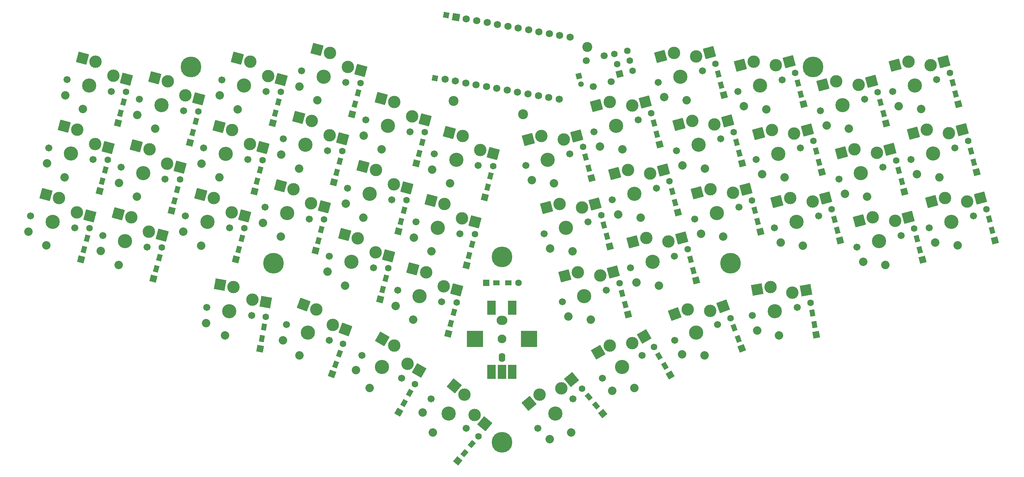
<source format=gbs>
G04 #@! TF.GenerationSoftware,KiCad,Pcbnew,(6.0.0)*
G04 #@! TF.CreationDate,2023-08-21T19:05:23+03:00*
G04 #@! TF.ProjectId,choctopus44,63686f63-746f-4707-9573-34342e6b6963,1.0 Prototype*
G04 #@! TF.SameCoordinates,Original*
G04 #@! TF.FileFunction,Soldermask,Bot*
G04 #@! TF.FilePolarity,Negative*
%FSLAX46Y46*%
G04 Gerber Fmt 4.6, Leading zero omitted, Abs format (unit mm)*
G04 Created by KiCad (PCBNEW (6.0.0)) date 2023-08-21 19:05:23*
%MOMM*%
%LPD*%
G01*
G04 APERTURE LIST*
G04 Aperture macros list*
%AMHorizOval*
0 Thick line with rounded ends*
0 $1 width*
0 $2 $3 position (X,Y) of the first rounded end (center of the circle)*
0 $4 $5 position (X,Y) of the second rounded end (center of the circle)*
0 Add line between two ends*
20,1,$1,$2,$3,$4,$5,0*
0 Add two circle primitives to create the rounded ends*
1,1,$1,$2,$3*
1,1,$1,$4,$5*%
%AMRotRect*
0 Rectangle, with rotation*
0 The origin of the aperture is its center*
0 $1 length*
0 $2 width*
0 $3 Rotation angle, in degrees counterclockwise*
0 Add horizontal line*
21,1,$1,$2,0,0,$3*%
G04 Aperture macros list end*
%ADD10C,5.000000*%
%ADD11C,1.700000*%
%ADD12C,3.000000*%
%ADD13C,1.701800*%
%ADD14C,3.429000*%
%ADD15C,2.032000*%
%ADD16RotRect,2.600000X2.600000X345.000000*%
%ADD17RotRect,2.600000X2.600000X350.000000*%
%ADD18RotRect,2.600000X2.600000X340.000000*%
%ADD19RotRect,2.600000X2.600000X330.000000*%
%ADD20RotRect,2.600000X2.600000X30.000000*%
%ADD21RotRect,2.600000X2.600000X20.000000*%
%ADD22RotRect,2.600000X2.600000X40.000000*%
%ADD23RotRect,1.600000X1.200000X255.000000*%
%ADD24RotRect,1.600000X1.600000X255.000000*%
%ADD25C,1.600000*%
%ADD26RotRect,1.600000X1.200000X285.000000*%
%ADD27RotRect,1.600000X1.600000X285.000000*%
%ADD28RotRect,1.600000X1.600000X260.000000*%
%ADD29RotRect,1.600000X1.200000X260.000000*%
%ADD30RotRect,1.600000X1.200000X250.000000*%
%ADD31RotRect,1.600000X1.600000X250.000000*%
%ADD32RotRect,1.600000X1.200000X240.000000*%
%ADD33RotRect,1.600000X1.600000X240.000000*%
%ADD34RotRect,1.600000X1.200000X310.000000*%
%ADD35RotRect,1.600000X1.600000X310.000000*%
%ADD36RotRect,1.600000X1.200000X300.000000*%
%ADD37RotRect,1.600000X1.600000X300.000000*%
%ADD38RotRect,2.600000X2.600000X15.000000*%
%ADD39RotRect,2.600000X2.600000X10.000000*%
%ADD40O,1.600000X2.200000*%
%ADD41C,2.100000*%
%ADD42O,2.600000X2.200000*%
%ADD43R,2.000000X3.500000*%
%ADD44R,4.000000X4.000000*%
%ADD45RotRect,1.600000X1.600000X290.000000*%
%ADD46RotRect,1.600000X1.200000X290.000000*%
%ADD47RotRect,1.600000X1.200000X280.000000*%
%ADD48RotRect,1.600000X1.600000X280.000000*%
%ADD49R,1.600000X1.200000*%
%ADD50R,1.600000X1.600000*%
%ADD51RotRect,2.600000X2.600000X320.000000*%
%ADD52RotRect,1.600000X1.600000X230.000000*%
%ADD53RotRect,1.600000X1.200000X230.000000*%
%ADD54C,2.400000*%
%ADD55RotRect,1.350000X1.350000X350.000000*%
%ADD56RotRect,1.350000X1.350000X15.000000*%
%ADD57HorizOval,1.350000X0.000000X0.000000X0.000000X0.000000X0*%
%ADD58RotRect,1.600000X1.600000X105.000000*%
%ADD59RotRect,1.350000X1.350000X80.000000*%
%ADD60RotRect,1.752600X1.752600X350.000000*%
%ADD61C,1.752600*%
G04 APERTURE END LIST*
D10*
X144660000Y-154500000D03*
D11*
X170982324Y-67353518D03*
X169300000Y-61075000D03*
X164953334Y-62239686D03*
X166635658Y-68518204D03*
D12*
X42099255Y-98905452D03*
D13*
X30986462Y-99810074D03*
X41611646Y-102657084D03*
D12*
X37839027Y-95486320D03*
D14*
X36299054Y-101233579D03*
D15*
X34772022Y-106932541D03*
D16*
X34675620Y-94638688D03*
D15*
X30485912Y-103610002D03*
D16*
X45262662Y-99753085D03*
D12*
X59527965Y-103582261D03*
D13*
X48415172Y-104486883D03*
D12*
X55267737Y-100163129D03*
D14*
X53727764Y-105910388D03*
D13*
X59040356Y-107333893D03*
D16*
X52104330Y-99315497D03*
D15*
X52200732Y-111609350D03*
X47914622Y-108286811D03*
D16*
X62691372Y-104429894D03*
D13*
X78942511Y-102670736D03*
X68317327Y-99823726D03*
D14*
X73629919Y-101247231D03*
D12*
X75169892Y-95499972D03*
X79430120Y-98919104D03*
D15*
X72102887Y-106946193D03*
D16*
X72006485Y-94652340D03*
X82593527Y-99766737D03*
D15*
X67816777Y-103623654D03*
D13*
X87524735Y-97681610D03*
D12*
X94377300Y-93357856D03*
X98637528Y-96776988D03*
D13*
X98149919Y-100528620D03*
D14*
X92837327Y-99105115D03*
D16*
X91213893Y-92510224D03*
D15*
X91310295Y-104804077D03*
X87024185Y-101481538D03*
D16*
X101800935Y-97624621D03*
D14*
X124805588Y-119135555D03*
D13*
X119492996Y-117712050D03*
D12*
X126345561Y-113388296D03*
X130605789Y-116807428D03*
D13*
X130118180Y-120559060D03*
D16*
X123182154Y-112540664D03*
D15*
X123278556Y-124834517D03*
D16*
X133769196Y-117655061D03*
D15*
X118992446Y-121511978D03*
D14*
X78873909Y-122850000D03*
D13*
X73457466Y-121894935D03*
D12*
X79907116Y-116990394D03*
D13*
X84290352Y-123805065D03*
D12*
X84449128Y-120025212D03*
D15*
X77849385Y-128660366D03*
D17*
X76681870Y-116421696D03*
D15*
X73290007Y-125724029D03*
D17*
X87674374Y-120593910D03*
D13*
X103020022Y-129828471D03*
X92683404Y-126066249D03*
D12*
X103832752Y-126133613D03*
D14*
X97851713Y-127947360D03*
D12*
X99886733Y-122356189D03*
D18*
X96809240Y-121236073D03*
D15*
X95833794Y-133491546D03*
X91853573Y-129808091D03*
D18*
X106910245Y-127253729D03*
D12*
X121876489Y-135521600D03*
X118646362Y-131116344D03*
D14*
X115671362Y-136269195D03*
D13*
X120434502Y-139019195D03*
X110908222Y-133519195D03*
D19*
X115810129Y-129478844D03*
D15*
X112721362Y-141378745D03*
X109441235Y-137060092D03*
D19*
X124712722Y-137159100D03*
D13*
X168879952Y-139019195D03*
D12*
X176098219Y-130521600D03*
D14*
X173643092Y-136269195D03*
D12*
X170668092Y-131116344D03*
D13*
X178406232Y-133519195D03*
D15*
X176593092Y-141378745D03*
D20*
X167831859Y-132753844D03*
X178934452Y-128884100D03*
D15*
X171212965Y-142060092D03*
D13*
X186300525Y-129828471D03*
X196637143Y-126066249D03*
D12*
X189433814Y-122356189D03*
X194884722Y-122713412D03*
D14*
X191468834Y-127947360D03*
D21*
X186356321Y-123476305D03*
D15*
X193486753Y-133491546D03*
X188070047Y-133228293D03*
D21*
X197962215Y-121593296D03*
D12*
X158945666Y-141467328D03*
X153701311Y-142995969D03*
D13*
X153312653Y-151089265D03*
X161739141Y-144018601D03*
D14*
X157525897Y-147553933D03*
D22*
X151192515Y-145101098D03*
D15*
X161318344Y-152073595D03*
X156138268Y-153678840D03*
D22*
X161454461Y-139362199D03*
D23*
X52651779Y-74938786D03*
D24*
X52004732Y-77353601D03*
D23*
X53376473Y-72234194D03*
D25*
X54023520Y-69819379D03*
D23*
X70067041Y-79654571D03*
D24*
X69419994Y-82069386D03*
D23*
X70791735Y-76949979D03*
D25*
X71438782Y-74535164D03*
D23*
X89980901Y-74972361D03*
D24*
X89333854Y-77387176D03*
D25*
X91352642Y-69852954D03*
D23*
X90705595Y-72267769D03*
X109197154Y-72790867D03*
D24*
X108550107Y-75205682D03*
D25*
X110568895Y-67671460D03*
D23*
X109921848Y-70086275D03*
X141156570Y-92860685D03*
D24*
X140509523Y-95275500D03*
D25*
X142528311Y-87741278D03*
D23*
X141881264Y-90156093D03*
D24*
X47603484Y-93812639D03*
D23*
X48250531Y-91397824D03*
X48975225Y-88693232D03*
D25*
X49622272Y-86278417D03*
D24*
X64988861Y-98525809D03*
D23*
X65635908Y-96110994D03*
X66360602Y-93406402D03*
D25*
X67007649Y-90991587D03*
D23*
X85580525Y-91421437D03*
D24*
X84933478Y-93836252D03*
D25*
X86952266Y-86302030D03*
D23*
X86305219Y-88716845D03*
X104794163Y-89269828D03*
D24*
X104147116Y-91684643D03*
D23*
X105518857Y-86565236D03*
D25*
X106165904Y-84150421D03*
D23*
X136745360Y-109318851D03*
D24*
X136098313Y-111733666D03*
D25*
X138117101Y-104199444D03*
D23*
X137470054Y-106614259D03*
X43836707Y-107885875D03*
D24*
X43189660Y-110300690D03*
D23*
X44561401Y-105181283D03*
D25*
X45208448Y-102766468D03*
D24*
X60618370Y-114977499D03*
D23*
X61265417Y-112562684D03*
D25*
X62637158Y-107443277D03*
D23*
X61990111Y-109858092D03*
D24*
X80520525Y-110314342D03*
D23*
X81167572Y-107899527D03*
D25*
X82539313Y-102780120D03*
D23*
X81892266Y-105194935D03*
D24*
X99727933Y-108172226D03*
D23*
X100374980Y-105757411D03*
D25*
X101746721Y-100638004D03*
D23*
X101099674Y-103052819D03*
X132343241Y-125787851D03*
D24*
X131696194Y-128202666D03*
D23*
X133067935Y-123083259D03*
D25*
X133714982Y-120668444D03*
D26*
X165565309Y-88260603D03*
D27*
X166212356Y-90675418D03*
D26*
X164840615Y-85556011D03*
D25*
X164193568Y-83141196D03*
D26*
X182035347Y-80084030D03*
D27*
X182682394Y-82498845D03*
D25*
X180663606Y-74964623D03*
D26*
X181310653Y-77379438D03*
X216740978Y-70372279D03*
D27*
X217388025Y-72787094D03*
D26*
X216016284Y-67667687D03*
D25*
X215369237Y-65252872D03*
D27*
X237301884Y-77469304D03*
D26*
X236654837Y-75054489D03*
X235930143Y-72349897D03*
D25*
X235283096Y-69935082D03*
D27*
X254717147Y-72753519D03*
D26*
X254070100Y-70338704D03*
D25*
X252698359Y-65219297D03*
D26*
X253345406Y-67634112D03*
D27*
X170623565Y-107133584D03*
D26*
X169976518Y-104718769D03*
D25*
X168604777Y-99599362D03*
D26*
X169251824Y-102014177D03*
X186425761Y-96533977D03*
D27*
X187072808Y-98948792D03*
D25*
X185054020Y-91414570D03*
D26*
X185701067Y-93829385D03*
D27*
X221788401Y-89236170D03*
D26*
X221141354Y-86821355D03*
D25*
X219769613Y-81701948D03*
D26*
X220416660Y-84116763D03*
D27*
X241733018Y-93925727D03*
D26*
X241085971Y-91510912D03*
X240361277Y-88806320D03*
D25*
X239714230Y-86391505D03*
D26*
X258471348Y-86797742D03*
D27*
X259118395Y-89212557D03*
D25*
X257099607Y-81678335D03*
D26*
X257746654Y-84093150D03*
X174382347Y-121192296D03*
D27*
X175029394Y-123607111D03*
D26*
X173657653Y-118487704D03*
D25*
X173010606Y-116072889D03*
D26*
X190824394Y-112963129D03*
D27*
X191471441Y-115377944D03*
D25*
X189452653Y-107843722D03*
D26*
X190099700Y-110258537D03*
X225554306Y-103299445D03*
D27*
X226201353Y-105714260D03*
D25*
X224182565Y-98180038D03*
D26*
X224829612Y-100594853D03*
D27*
X246103508Y-110377417D03*
D26*
X245456461Y-107962602D03*
X244731767Y-105258010D03*
D25*
X244084720Y-102843195D03*
D26*
X262885172Y-103285793D03*
D27*
X263532219Y-105700608D03*
D25*
X261513431Y-98166386D03*
D26*
X262160478Y-100581201D03*
D28*
X86322772Y-131840750D03*
D29*
X86756893Y-129378731D03*
X87243107Y-126621269D03*
D25*
X87677228Y-124159250D03*
D30*
X104521172Y-135664802D03*
D31*
X103666121Y-138014033D03*
D30*
X105478828Y-133033662D03*
D25*
X106333879Y-130684431D03*
D32*
X121000000Y-145000000D03*
D33*
X119750000Y-147165063D03*
D25*
X123650000Y-140410065D03*
D32*
X122400000Y-142575128D03*
D34*
X167393031Y-145584889D03*
D35*
X169000000Y-147500000D03*
D34*
X165593225Y-143439965D03*
D25*
X163986256Y-141524854D03*
D36*
X183950000Y-136047372D03*
D37*
X185200000Y-138212435D03*
D25*
X181300000Y-131457437D03*
D36*
X182550000Y-133622500D03*
D23*
X115897484Y-117563211D03*
D24*
X115250437Y-119978026D03*
D23*
X116622178Y-114858619D03*
D25*
X117269225Y-112443804D03*
D23*
X124686531Y-84684112D03*
D24*
X124039484Y-87098927D03*
D23*
X125411225Y-81979520D03*
D25*
X126058272Y-79564705D03*
D12*
X109899804Y-105163656D03*
D14*
X108359831Y-110910915D03*
D13*
X103047239Y-109487410D03*
D12*
X114160032Y-108582788D03*
D13*
X113672423Y-112334420D03*
D15*
X106832799Y-116609877D03*
D16*
X106736397Y-104316024D03*
D15*
X102546689Y-113287338D03*
D16*
X117323439Y-109430421D03*
D23*
X120296117Y-101134059D03*
D24*
X119649070Y-103548874D03*
D23*
X121020811Y-98429467D03*
D25*
X121667858Y-96014652D03*
D14*
X58098255Y-89458698D03*
D12*
X63898456Y-87130571D03*
D13*
X63410847Y-90882203D03*
X52785663Y-88035193D03*
D12*
X59638228Y-83711439D03*
D15*
X56571223Y-95157660D03*
D16*
X56474821Y-82863807D03*
D15*
X52285113Y-91835121D03*
D16*
X67061863Y-87978204D03*
D12*
X42252851Y-78998269D03*
X46513079Y-82417401D03*
D13*
X35400286Y-83322023D03*
X46025470Y-86169033D03*
D14*
X40712878Y-84745528D03*
D16*
X39089444Y-78150637D03*
D15*
X39185846Y-90444490D03*
D16*
X49676486Y-83265034D03*
D15*
X34899736Y-87121951D03*
D13*
X91943918Y-81194027D03*
D14*
X97256510Y-82617532D03*
D12*
X98796483Y-76870273D03*
X103056711Y-80289405D03*
D13*
X102569102Y-84041037D03*
D16*
X95633076Y-76022641D03*
D15*
X95729478Y-88316494D03*
D16*
X106220118Y-81137038D03*
D15*
X91443368Y-84993955D03*
D13*
X123895115Y-101243050D03*
D12*
X135007908Y-100338428D03*
D13*
X134520299Y-104090060D03*
D14*
X129207707Y-102666555D03*
D12*
X130747680Y-96919296D03*
D15*
X127680675Y-108365517D03*
D16*
X127584273Y-96071664D03*
D15*
X123394565Y-105042978D03*
D16*
X138171315Y-101186061D03*
D12*
X118558665Y-92153636D03*
D13*
X118071056Y-95905268D03*
D14*
X112758464Y-94481763D03*
D13*
X107445872Y-93058258D03*
D12*
X114298437Y-88734504D03*
D16*
X111135030Y-87886872D03*
D15*
X111231432Y-100180725D03*
D16*
X121722072Y-93001269D03*
D15*
X106945322Y-96858186D03*
D13*
X72730280Y-83345636D03*
D14*
X78042872Y-84769141D03*
D12*
X83843073Y-82441014D03*
X79582845Y-79021882D03*
D13*
X83355464Y-86192646D03*
D16*
X76419438Y-78174250D03*
D15*
X76515840Y-90468103D03*
D16*
X87006480Y-83288647D03*
D15*
X72229730Y-87145564D03*
D13*
X128306325Y-84784884D03*
D12*
X135158890Y-80461130D03*
X139419118Y-83880262D03*
D14*
X133618917Y-86208389D03*
D13*
X138931509Y-87631894D03*
D15*
X132091885Y-91907351D03*
D16*
X131995483Y-79613498D03*
D15*
X127805775Y-88584812D03*
D16*
X142582525Y-84727895D03*
D13*
X111836286Y-76608311D03*
X122461470Y-79455321D03*
D12*
X118688851Y-72284557D03*
D14*
X117148878Y-78031816D03*
D12*
X122949079Y-75703689D03*
D15*
X115621846Y-83730778D03*
D16*
X115525444Y-71436925D03*
D15*
X111335736Y-80408239D03*
D16*
X126112486Y-76551322D03*
D13*
X77130656Y-66896560D03*
D14*
X82443248Y-68320065D03*
D12*
X88243449Y-65991938D03*
D13*
X87755840Y-69743570D03*
D12*
X83983221Y-62572806D03*
D16*
X80819814Y-61725174D03*
D15*
X80916216Y-74019027D03*
D16*
X91406856Y-66839571D03*
D15*
X76630106Y-70696488D03*
D12*
X50914327Y-65958363D03*
X46654099Y-62539231D03*
D13*
X50426718Y-69709995D03*
X39801534Y-66862985D03*
D14*
X45114126Y-68286490D03*
D15*
X43587094Y-73985452D03*
D16*
X43490692Y-61691599D03*
X54077734Y-66805996D03*
D15*
X39300984Y-70662913D03*
D12*
X68329589Y-70674148D03*
X64069361Y-67255016D03*
D13*
X57216796Y-71578770D03*
X67841980Y-74425780D03*
D14*
X62529388Y-73002275D03*
D15*
X61002356Y-78701237D03*
D16*
X60905954Y-66407384D03*
X71492996Y-71521781D03*
D15*
X56716246Y-75378698D03*
D12*
X107459702Y-63810444D03*
X103199474Y-60391312D03*
D13*
X96346909Y-64715066D03*
D14*
X101659501Y-66138571D03*
D13*
X106972093Y-67562076D03*
D16*
X100036067Y-59543680D03*
D15*
X100132469Y-71837533D03*
X95846359Y-68514994D03*
D16*
X110623109Y-64658077D03*
D13*
X177485592Y-76608229D03*
D14*
X172173000Y-78031734D03*
D12*
X176032058Y-73115417D03*
X170633027Y-72284475D03*
D13*
X166860408Y-79455239D03*
D15*
X173700032Y-83730696D03*
D38*
X167469620Y-73132108D03*
X179195465Y-72267785D03*
D15*
X168326883Y-82996347D03*
D13*
X238895161Y-69709913D03*
D14*
X244207753Y-68286408D03*
D13*
X249520345Y-66862903D03*
D12*
X248066811Y-63370091D03*
X242667780Y-62539149D03*
D15*
X245734785Y-73985370D03*
D38*
X239504373Y-63386782D03*
X251230218Y-62522459D03*
D15*
X240361636Y-73251021D03*
D12*
X225252517Y-67254934D03*
D14*
X226792490Y-73002193D03*
D13*
X232105082Y-71578688D03*
D12*
X230651548Y-68085876D03*
D13*
X221479898Y-74425698D03*
D38*
X222089110Y-68102567D03*
D15*
X228319522Y-78701155D03*
X222946373Y-77966806D03*
D38*
X233814955Y-67238244D03*
D12*
X205338658Y-62572724D03*
D14*
X206878631Y-68319983D03*
D12*
X210737689Y-63403666D03*
D13*
X212191223Y-66896478D03*
X201566039Y-69743488D03*
D38*
X202175251Y-63420357D03*
D15*
X208405663Y-74018945D03*
X203032514Y-73284596D03*
D38*
X213901096Y-62556034D03*
D12*
X159562020Y-81291990D03*
D13*
X150390370Y-87631812D03*
D12*
X154162989Y-80461048D03*
D14*
X155702962Y-86208307D03*
D13*
X161015554Y-84784802D03*
D38*
X150999582Y-81308681D03*
D15*
X157229994Y-91907269D03*
D38*
X162725427Y-80444358D03*
D15*
X151856845Y-91172920D03*
D12*
X209739034Y-79021800D03*
D13*
X205966415Y-86192564D03*
X216591599Y-83345554D03*
D14*
X211279007Y-84769059D03*
D12*
X215138065Y-79852742D03*
D38*
X206575627Y-79869433D03*
D15*
X212806039Y-90468021D03*
D38*
X218301472Y-79005110D03*
D15*
X207432890Y-89733672D03*
D12*
X158574198Y-96919214D03*
D13*
X154801579Y-104089978D03*
D12*
X163973229Y-97750156D03*
D13*
X165426763Y-101242968D03*
D14*
X160114171Y-102666473D03*
D15*
X161641203Y-108365435D03*
D38*
X155410791Y-97766847D03*
X167136636Y-96902524D03*
D15*
X156268054Y-107631086D03*
D12*
X179422074Y-105163574D03*
D13*
X175649455Y-112334338D03*
D12*
X184821105Y-105994516D03*
D14*
X180962047Y-110910833D03*
D13*
X186274639Y-109487328D03*
D38*
X176258667Y-106011207D03*
D15*
X182489079Y-116609795D03*
X177115930Y-115875446D03*
D38*
X187984512Y-105146884D03*
D12*
X239453172Y-100993989D03*
X234054141Y-100163047D03*
D14*
X235594114Y-105910306D03*
D13*
X230281522Y-107333811D03*
X240906706Y-104486801D03*
D38*
X230890734Y-101010680D03*
D15*
X237121146Y-111609268D03*
X231747997Y-110874919D03*
D38*
X242616579Y-100146357D03*
D13*
X243296409Y-86168951D03*
X253921593Y-83321941D03*
D12*
X247069028Y-78998187D03*
X252468059Y-79829129D03*
D14*
X248609001Y-84745446D03*
D38*
X243905621Y-79845820D03*
D15*
X250136033Y-90444408D03*
D38*
X255631466Y-78981497D03*
D15*
X244762884Y-89710059D03*
D12*
X180422472Y-89565364D03*
D13*
X171250822Y-95905186D03*
D12*
X175023441Y-88734422D03*
D14*
X176563414Y-94481681D03*
D13*
X181876006Y-93058176D03*
D38*
X171860034Y-89582055D03*
D15*
X178090446Y-100180643D03*
X172717297Y-99446294D03*
D38*
X183585879Y-88717732D03*
D13*
X225911032Y-90882121D03*
X236536216Y-88035111D03*
D12*
X229683651Y-83711357D03*
D14*
X231223624Y-89458616D03*
D12*
X235082682Y-84542299D03*
D38*
X226520244Y-84558990D03*
D15*
X232750656Y-95157578D03*
D38*
X238246089Y-83694667D03*
D15*
X227377507Y-94423229D03*
D13*
X258335417Y-99809992D03*
X247710233Y-102657002D03*
D12*
X251482852Y-95486238D03*
X256881883Y-96317180D03*
D14*
X253022825Y-101233497D03*
D15*
X254549857Y-106932459D03*
D38*
X248319445Y-96333871D03*
D15*
X249176708Y-106198110D03*
D38*
X260045290Y-95469548D03*
D13*
X210379367Y-102670654D03*
X221004551Y-99823644D03*
D12*
X214151986Y-95499890D03*
X219551017Y-96330832D03*
D14*
X215691959Y-101247149D03*
D38*
X210988579Y-96347523D03*
D15*
X217218991Y-106946111D03*
D38*
X222714424Y-95483200D03*
D15*
X211845842Y-106211762D03*
D10*
X144660000Y-109680000D03*
D14*
X187662377Y-66138489D03*
D12*
X186122404Y-60391230D03*
D13*
X182349785Y-67561994D03*
D12*
X191521435Y-61222172D03*
D13*
X192974969Y-64714984D03*
D15*
X189189409Y-71837451D03*
D38*
X182958997Y-61238863D03*
D15*
X183816260Y-71103102D03*
D38*
X194684842Y-60374540D03*
D27*
X206988586Y-103572613D03*
D26*
X206341539Y-101157798D03*
X205616845Y-98453206D03*
D25*
X204969798Y-96038391D03*
D26*
X201927715Y-84669746D03*
D27*
X202574762Y-87084561D03*
D26*
X201203021Y-81965154D03*
D25*
X200555974Y-79550339D03*
D26*
X197524724Y-68190785D03*
D27*
X198171771Y-70605600D03*
D25*
X196152983Y-63071378D03*
D26*
X196800030Y-65486193D03*
D13*
X186752776Y-84040955D03*
D14*
X192065368Y-82617450D03*
D12*
X195924426Y-77701133D03*
D13*
X197377960Y-81193945D03*
D12*
X190525395Y-76870191D03*
D15*
X193592400Y-88316412D03*
D38*
X187361988Y-77717824D03*
D15*
X188219251Y-87582063D03*
D38*
X199087833Y-76853501D03*
D13*
X191166600Y-100529007D03*
X201791784Y-97681997D03*
D12*
X200338250Y-94189185D03*
D14*
X196479192Y-99105502D03*
D12*
X194939219Y-93358243D03*
D15*
X198006224Y-104804464D03*
D38*
X191775812Y-94205876D03*
D15*
X192633075Y-104070115D03*
D38*
X203501657Y-93341553D03*
D12*
X162976318Y-113388214D03*
D14*
X164516291Y-119135473D03*
D13*
X159203699Y-120558978D03*
D12*
X168375349Y-114219156D03*
D13*
X169828883Y-117711968D03*
D15*
X166043323Y-124834435D03*
D38*
X159812911Y-114235847D03*
D15*
X160670174Y-124100086D03*
D38*
X171538756Y-113371524D03*
D13*
X205033557Y-123805065D03*
X215866443Y-121894935D03*
D14*
X210450000Y-122850000D03*
D12*
X214722858Y-118288730D03*
X209416793Y-116990394D03*
D15*
X211474524Y-128660366D03*
D39*
X206191548Y-117559092D03*
D15*
X206185824Y-127460510D03*
D39*
X217948103Y-117720032D03*
D40*
X144660000Y-134000000D03*
D41*
X144660000Y-129500000D03*
D42*
X144660000Y-125000000D03*
D43*
X142160000Y-137500000D03*
X147160000Y-137500000D03*
X144660000Y-137500000D03*
D44*
X138160000Y-129500000D03*
X151160000Y-129500000D03*
D43*
X147160000Y-122000000D03*
X142160000Y-122000000D03*
D45*
X202478829Y-131815569D03*
D46*
X201623778Y-129466338D03*
D25*
X199811071Y-124485967D03*
D46*
X200666122Y-126835198D03*
D47*
X220000000Y-126000000D03*
D48*
X220434121Y-128462019D03*
D25*
X219079665Y-120780519D03*
D47*
X219513786Y-123242538D03*
D49*
X143350000Y-116000000D03*
D50*
X140850000Y-116000000D03*
D25*
X148650000Y-116000000D03*
D49*
X146150000Y-116000000D03*
D14*
X131795001Y-147553933D03*
D13*
X136008245Y-151089265D03*
D12*
X135619587Y-142995969D03*
X138035677Y-147895204D03*
D13*
X127581757Y-144018601D03*
D15*
X128002554Y-152073595D03*
D51*
X133110792Y-140890839D03*
D15*
X125522186Y-147250964D03*
D51*
X140544472Y-150000334D03*
D52*
X133993128Y-158987573D03*
D53*
X135600097Y-157072462D03*
D25*
X139006872Y-153012427D03*
D53*
X137399903Y-154927538D03*
D10*
X89570000Y-111250000D03*
D54*
X133000000Y-72000000D03*
X165250000Y-59000000D03*
X149750000Y-75250000D03*
D55*
X128500000Y-66500000D03*
D10*
X219710000Y-63810000D03*
X69610000Y-63810000D03*
D56*
X163190000Y-66020000D03*
D57*
X163707638Y-67951852D03*
D25*
X174846867Y-59867150D03*
X175493915Y-62281964D03*
X171755905Y-60695371D03*
X172402952Y-63110184D03*
D58*
X173050000Y-65525000D03*
D25*
X176140963Y-64696779D03*
D59*
X131200000Y-51300000D03*
D10*
X199750000Y-111250000D03*
D60*
X133565435Y-51769900D03*
D61*
X136066846Y-52210966D03*
X138568258Y-52652033D03*
X141069670Y-53093099D03*
X143571082Y-53534165D03*
X146072493Y-53975232D03*
X148573905Y-54416298D03*
X151075317Y-54857364D03*
X153576728Y-55298431D03*
X156078140Y-55739497D03*
X158579552Y-56180564D03*
X161080963Y-56621630D03*
X158434565Y-71630100D03*
X155933154Y-71189034D03*
X153431742Y-70747967D03*
X150930330Y-70306901D03*
X148428918Y-69865835D03*
X145927507Y-69424768D03*
X143426095Y-68983702D03*
X140924683Y-68542636D03*
X138423272Y-68101569D03*
X135921860Y-67660503D03*
X133420448Y-67219436D03*
X130919037Y-66778370D03*
M02*

</source>
